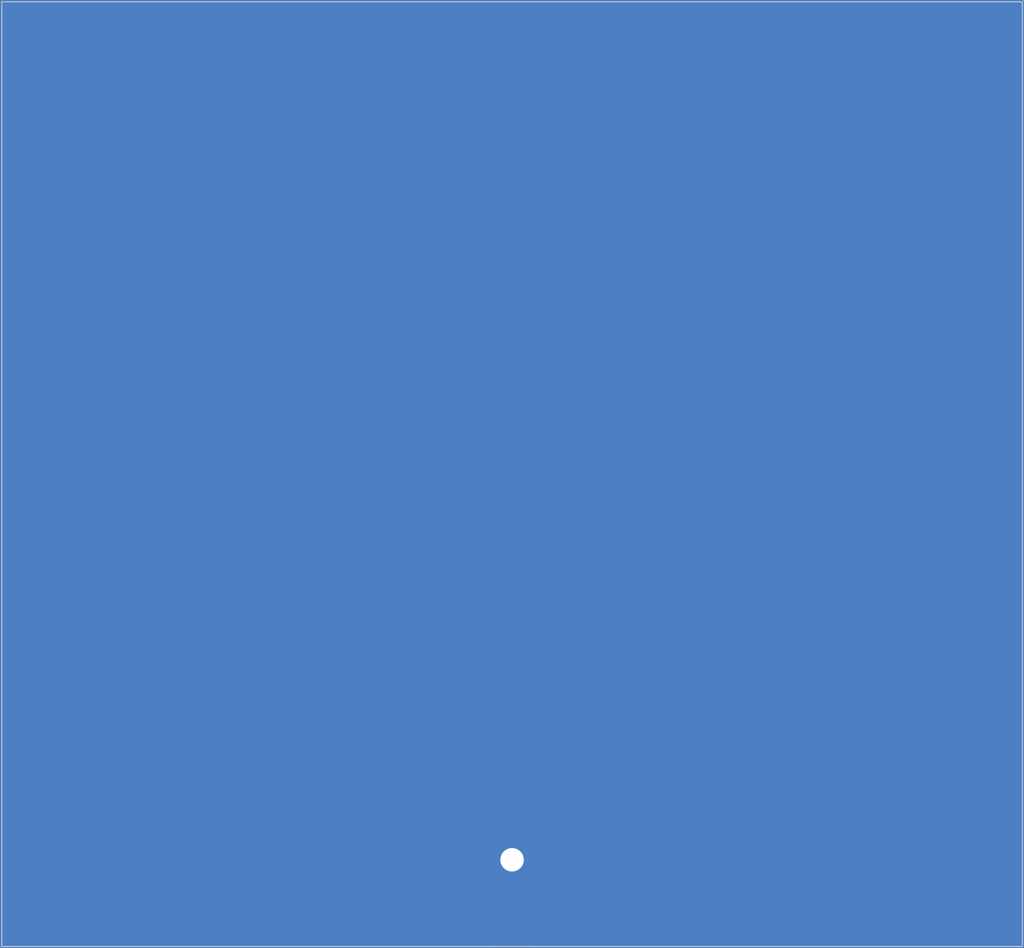
<source format=kicad_pcb>
(kicad_pcb
	(version 20241229)
	(generator "pcbnew")
	(generator_version "9.0")
	(general
		(thickness 1.6)
		(legacy_teardrops no)
	)
	(paper "A4")
	(layers
		(0 "F.Cu" signal)
		(2 "B.Cu" signal)
		(9 "F.Adhes" user "F.Adhesive")
		(11 "B.Adhes" user "B.Adhesive")
		(13 "F.Paste" user)
		(15 "B.Paste" user)
		(5 "F.SilkS" user "F.Silkscreen")
		(7 "B.SilkS" user "B.Silkscreen")
		(1 "F.Mask" user)
		(3 "B.Mask" user)
		(17 "Dwgs.User" user "User.Drawings")
		(19 "Cmts.User" user "User.Comments")
		(21 "Eco1.User" user "User.Eco1")
		(23 "Eco2.User" user "User.Eco2")
		(25 "Edge.Cuts" user)
		(27 "Margin" user)
		(31 "F.CrtYd" user "F.Courtyard")
		(29 "B.CrtYd" user "B.Courtyard")
		(35 "F.Fab" user)
		(33 "B.Fab" user)
		(39 "User.1" user)
		(41 "User.2" user)
		(43 "User.3" user)
		(45 "User.4" user)
	)
	(setup
		(pad_to_mask_clearance 0)
		(allow_soldermask_bridges_in_footprints no)
		(tenting front back)
		(pcbplotparams
			(layerselection 0x00000000_00000000_55555555_5755555d)
			(plot_on_all_layers_selection 0x00000000_00000000_00000000_00000000)
			(disableapertmacros no)
			(usegerberextensions no)
			(usegerberattributes yes)
			(usegerberadvancedattributes yes)
			(creategerberjobfile yes)
			(dashed_line_dash_ratio 12.000000)
			(dashed_line_gap_ratio 3.000000)
			(svgprecision 4)
			(plotframeref no)
			(mode 1)
			(useauxorigin no)
			(hpglpennumber 1)
			(hpglpenspeed 20)
			(hpglpendiameter 15.000000)
			(pdf_front_fp_property_popups yes)
			(pdf_back_fp_property_popups yes)
			(pdf_metadata yes)
			(pdf_single_document no)
			(dxfpolygonmode yes)
			(dxfimperialunits yes)
			(dxfusepcbnewfont yes)
			(psnegative no)
			(psa4output no)
			(plot_black_and_white yes)
			(plotinvisibletext no)
			(sketchpadsonfab no)
			(plotpadnumbers no)
			(hidednponfab no)
			(sketchdnponfab yes)
			(crossoutdnponfab yes)
			(subtractmaskfromsilk no)
			(outputformat 1)
			(mirror no)
			(drillshape 0)
			(scaleselection 1)
			(outputdirectory "Gerberfiles for 2.38 GHz/")
		)
	)
	(net 0 "")
	(net 1 "ground")
	(gr_line
		(start 84.4 87.3)
		(end 99.9 87.3)
		(stroke
			(width 0.2)
			(type solid)
		)
		(layer "F.Cu")
		(uuid "11f7e77c-ba10-4f43-beff-0b4a58e531b7")
	)
	(gr_line
		(start 99.9 87.3)
		(end 99.9 77.3)
		(stroke
			(width 0.2)
			(type solid)
		)
		(layer "F.Cu")
		(uuid "15b0a68e-abbb-4421-ab8f-269733d7ce09")
	)
	(gr_line
		(start 100.9 77.3)
		(end 100.9 95.8)
		(stroke
			(width 0.2)
			(type solid)
		)
		(layer "F.Cu")
		(uuid "16df2689-fb02-4de7-9d20-5d92f52949dd")
	)
	(gr_line
		(start 119.4 87.3)
		(end 119.4 57.9)
		(stroke
			(width 0.2)
			(type solid)
		)
		(layer "F.Cu")
		(uuid "1706e76a-1a43-4153-bcdd-e13140ab22b8")
	)
	(gr_line
		(start 119.4 57.9)
		(end 84.4 57.9)
		(stroke
			(width 0.2)
			(type solid)
		)
		(layer "F.Cu")
		(uuid "23d850e3-634a-41fe-9f50-6542e8be41da")
	)
	(gr_line
		(start 99.9 77.3)
		(end 100.9 77.3)
		(stroke
			(width 0.2)
			(type solid)
		)
		(layer "F.Cu")
		(uuid "307008d9-7111-45ce-9086-e1d4abfd9b02")
	)
	(gr_line
		(start 102.9 95.8)
		(end 102.9 77.3)
		(stroke
			(width 0.2)
			(type solid)
		)
		(layer "F.Cu")
		(uuid "3aa17c85-7d5d-49dc-90ed-987b3ec747f3")
	)
	(gr_line
		(start 84.4 57.9)
		(end 84.4 87.3)
		(stroke
			(width 0.2)
			(type solid)
		)
		(layer "F.Cu")
		(uuid "67041c88-c903-4973-8c47-cbe4e9eb2126")
	)
	(gr_line
		(start 102.9 77.3)
		(end 103.9 77.3)
		(stroke
			(width 0.2)
			(type solid)
		)
		(layer "F.Cu")
		(uuid "76f6540d-be31-483e-bd16-fb1fdd717f1b")
	)
	(gr_line
		(start 103.9 87.3)
		(end 119.4 87.3)
		(stroke
			(width 0.2)
			(type solid)
		)
		(layer "F.Cu")
		(uuid "9e1bcce5-9b53-4902-891e-c440afbabb98")
	)
	(gr_line
		(start 100.9 95.8)
		(end 102.9 95.8)
		(stroke
			(width 0.2)
			(type solid)
		)
		(layer "F.Cu")
		(uuid "a474a0f3-5574-40cb-ae36-515ebcc8f175")
	)
	(gr_line
		(start 103.9 77.3)
		(end 103.9 87.3)
		(stroke
			(width 0.2)
			(type solid)
		)
		(layer "F.Cu")
		(uuid "decd207c-8019-4a96-9217-a8ce8a0196cc")
	)
	(gr_poly
		(pts
			(xy 84.4 87.3) (xy 84.4 57.9) (xy 119.4 57.9) (xy 119.4 87.3) (xy 103.9 87.3) (xy 103.9 77.3) (xy 102.9 77.3)
			(xy 102.9 95.8) (xy 100.9 95.8) (xy 100.9 77.3) (xy 99.9 77.3) (xy 99.9 87.3)
		)
		(stroke
			(width 0.2)
			(type solid)
		)
		(fill yes)
		(layer "F.Cu")
		(uuid "fa74fa02-0646-41cd-aa58-6b2dad6a42c8")
	)
	(gr_line
		(start 103.4 77.3)
		(end 103.9 77.3)
		(stroke
			(width 0.2)
			(type default)
		)
		(layer "F.Cu")
		(uuid "fbb618af-b9af-4e5f-9b7b-6af866a34b5b")
	)
	(gr_poly
		(pts
			(xy 73.65 43.5) (xy 130.15 43.5) (xy 130.15 95.8) (xy 73.65 95.8)
		)
		(stroke
			(width 0.2)
			(type solid)
		)
		(fill yes)
		(layer "B.Cu")
		(uuid "b6e6a34c-978f-4496-9c07-9ed100e5a300")
	)
	(gr_rect
		(start 73.65 43.5)
		(end 130.15 95.8)
		(stroke
			(width 0.2)
			(type default)
		)
		(fill no)
		(layer "B.Cu")
		(uuid "e730c845-7259-4c6c-80fb-4e447e35b7e0")
	)
	(gr_rect
		(start 73.65 43.5)
		(end 130.15 95.8)
		(stroke
			(width 0.05)
			(type solid)
		)
		(fill no)
		(layer "Edge.Cuts")
		(uuid "8f9e14fe-09be-4373-a2c3-caf835b8c110")
	)
	(via
		(at 101.9 91)
		(size 1.6)
		(drill 1.3)
		(layers "F.Cu" "B.Cu")
		(net 0)
		(uuid "492ba4a8-934c-4c27-91c2-4246b86de45a")
	)
	(zone
		(net 0)
		(net_name "")
		(layer "B.Cu")
		(uuid "57cbaf08-8eb3-4065-b748-37487340d272")
		(name "GND")
		(hatch edge 0.5)
		(connect_pads
			(clearance 0)
		)
		(min_thickness 0.25)
		(filled_areas_thickness no)
		(fill
			(thermal_gap 0.5)
			(thermal_bridge_width 0.5)
			(island_removal_mode 1)
			(island_area_min 10)
		)
		(polygon
			(pts
				(xy 73.65 43.5) (xy 73.65 95.8) (xy 130.15 95.8) (xy 130.15 43.5)
			)
		)
	)
	(zone
		(net 1)
		(net_name "ground")
		(layer "B.Cu")
		(uuid "60f3d840-5ef1-412c-95ab-ccb5f9577183")
		(name "GND")
		(hatch edge 0.5)
		(priority 4)
		(connect_pads
			(clearance 0)
		)
		(min_thickness 0.25)
		(filled_areas_thickness no)
		(fill
			(thermal_gap 0.5)
			(thermal_bridge_width 0.5)
			(island_removal_mode 1)
			(island_area_min 10)
		)
		(polygon
			(pts
				(xy 73.65 43.5) (xy 73.65 95.8) (xy 130.15 95.8) (xy 130.15 43.5)
			)
		)
	)
	(zone
		(net 1)
		(net_name "ground")
		(layer "B.Cu")
		(uuid "b9cb78a6-b130-4ce0-b345-56fa907c8069")
		(name "GND")
		(hatch edge 0.5)
		(priority 2)
		(connect_pads
			(clearance 0)
		)
		(min_thickness 0.25)
		(filled_areas_thickness no)
		(fill
			(thermal_gap 0.5)
			(thermal_bridge_width 0.5)
			(island_removal_mode 1)
			(island_area_min 10)
		)
		(polygon
			(pts
				(xy 73.65 43.5) (xy 130.15 43.5) (xy 130.15 95.8) (xy 73.65 95.8)
			)
		)
	)
	(zone
		(net 0)
		(net_name "")
		(layer "B.Cu")
		(uuid "bb640802-e89d-48cb-aeb8-9afcd3e2b6ac")
		(name "GND")
		(hatch edge 0.5)
		(priority 3)
		(connect_pads
			(clearance 0)
		)
		(min_thickness 0.25)
		(filled_areas_thickness no)
		(fill
			(thermal_gap 0.5)
			(thermal_bridge_width 0.5)
			(island_removal_mode 1)
			(island_area_min 10)
		)
		(polygon
			(pts
				(xy 73.65 43.5) (xy 130.15 43.5) (xy 130.15 95.8) (xy 73.65 95.8)
			)
		)
	)
	(zone
		(net 0)
		(net_name "")
		(layer "B.Cu")
		(uuid "fc73f27e-1758-488d-ba50-d9bf07d47d41")
		(name "GND")
		(hatch edge 0.5)
		(priority 1)
		(connect_pads
			(clearance 0)
		)
		(min_thickness 0.25)
		(filled_areas_thickness no)
		(fill
			(thermal_gap 0.5)
			(thermal_bridge_width 0.5)
			(island_removal_mode 1)
			(island_area_min 10)
		)
		(polygon
			(pts
				(xy 73.65 43.5) (xy 130.15 43.5) (xy 130.15 95.8) (xy 73.65 95.8)
			)
		)
	)
	(embedded_fonts no)
)

</source>
